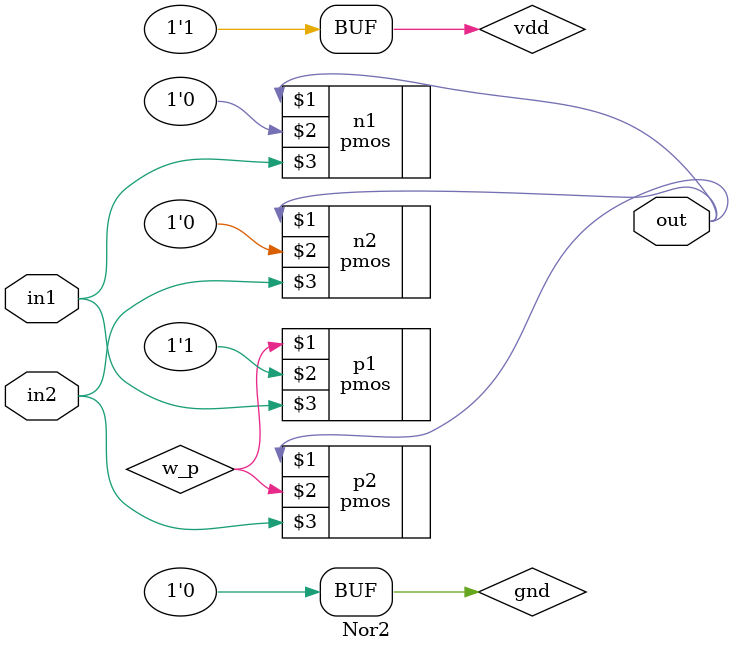
<source format=sv>
/*
 *
 *  
 *  
 *              -------------+------ vdd
 *                           |
 *  in1 ---+--------------o| p1
 *         |                 |
 *  in2 -------------+----o| p2
 *         |         |       |
 *         |    +------------+------ out
 *         |    |    |       |
 *         +--| n1   +-----| n2
 *              |            |
 *           ---+------------+---- gnd
 */

module Nor2 (
    input  wire in1,
    input  wire in2,
    output wire out
);

supply1 vdd;
supply0 gnd;

wire w_p; // connects 2 pmos transistors

// nmos drain source gate
pmos n1(out,  gnd,   in1);
pmos n2(out,  gnd,   in2);

// pmos drain source gate
pmos p1(w_p,  vdd,   in1);
pmos p2(out,  w_p,   in2);

endmodule

</source>
